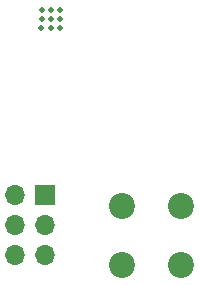
<source format=gbr>
%TF.GenerationSoftware,KiCad,Pcbnew,8.0.4*%
%TF.CreationDate,2024-10-14T16:37:58-05:00*%
%TF.ProjectId,Fob_Design_Files,466f625f-4465-4736-9967-6e5f46696c65,rev?*%
%TF.SameCoordinates,Original*%
%TF.FileFunction,Soldermask,Bot*%
%TF.FilePolarity,Negative*%
%FSLAX46Y46*%
G04 Gerber Fmt 4.6, Leading zero omitted, Abs format (unit mm)*
G04 Created by KiCad (PCBNEW 8.0.4) date 2024-10-14 16:37:58*
%MOMM*%
%LPD*%
G01*
G04 APERTURE LIST*
%ADD10C,2.200000*%
%ADD11C,0.508000*%
%ADD12R,1.700000X1.700000*%
%ADD13O,1.700000X1.700000*%
G04 APERTURE END LIST*
D10*
%TO.C,S1*%
X106299000Y-88058000D03*
X106299000Y-83058000D03*
X101299000Y-88058000D03*
X101299000Y-83058000D03*
%TD*%
D11*
%TO.C,U2*%
X94456250Y-67978401D03*
X95243650Y-67941001D03*
X95993650Y-67941001D03*
X94493650Y-67191001D03*
X95243650Y-67191001D03*
X95993650Y-67191001D03*
X94493650Y-66441001D03*
X95243650Y-66441001D03*
X95993650Y-66441001D03*
%TD*%
D12*
%TO.C,J1*%
X94740000Y-82120000D03*
D13*
X92200000Y-82120000D03*
X94740000Y-84660000D03*
X92200000Y-84660000D03*
X94740000Y-87200000D03*
X92200000Y-87200000D03*
%TD*%
M02*

</source>
